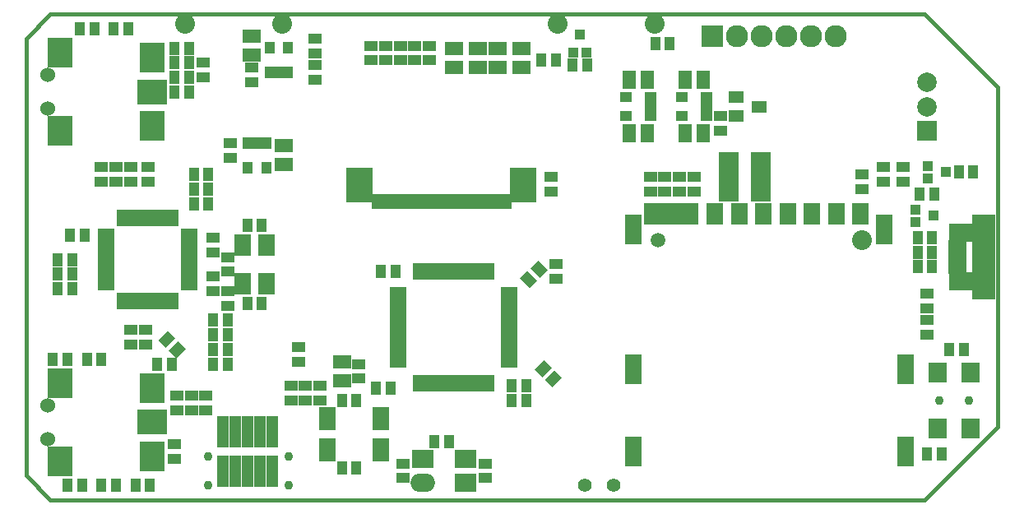
<source format=gts>
G04 (created by PCBNEW (2013-07-05 BZR 4237)-testing) date Sat 03 Aug 2013 11:53:29 BST*
%MOIN*%
G04 Gerber Fmt 3.4, Leading zero omitted, Abs format*
%FSLAX34Y34*%
G01*
G70*
G90*
G04 APERTURE LIST*
%ADD10C,0.005906*%
%ADD11C,0.015000*%
%ADD12C,0.080000*%
%ADD13R,0.065000X0.090000*%
%ADD14R,0.060000X0.090000*%
%ADD15R,0.055000X0.090000*%
%ADD16C,0.059400*%
%ADD17R,0.070000X0.120000*%
%ADD18R,0.040000X0.050000*%
%ADD19R,0.050000X0.040000*%
%ADD20R,0.080000X0.100000*%
%ADD21R,0.055000X0.075000*%
%ADD22R,0.075000X0.055000*%
%ADD23R,0.074300X0.037700*%
%ADD24R,0.094800X0.066300*%
%ADD25R,0.094800X0.113500*%
%ADD26R,0.102700X0.078100*%
%ADD27R,0.031800X0.067000*%
%ADD28R,0.067000X0.031800*%
%ADD29R,0.090000X0.090000*%
%ADD30C,0.090000*%
%ADD31R,0.031800X0.063300*%
%ADD32R,0.110600X0.142000*%
%ADD33R,0.059000X0.048000*%
%ADD34R,0.098700X0.120400*%
%ADD35R,0.120400X0.098700*%
%ADD36C,0.060000*%
%ADD37C,0.055400*%
%ADD38R,0.071200X0.094800*%
%ADD39R,0.075100X0.079100*%
%ADD40C,0.036200*%
%ADD41R,0.043600X0.055400*%
%ADD42R,0.055400X0.043600*%
%ADD43R,0.079100X0.079100*%
%ADD44C,0.079100*%
%ADD45R,0.041654X0.043622*%
%ADD46R,0.043622X0.041654*%
%ADD47R,0.067244X0.090866*%
%ADD48R,0.049134X0.130039*%
%ADD49O,0.098700X0.075100*%
%ADD50R,0.090900X0.075100*%
G04 APERTURE END LIST*
G54D10*
G54D11*
X39369Y16733D02*
X39370Y16733D01*
X36417Y19685D02*
X39369Y16733D01*
X984Y19685D02*
X0Y18701D01*
X36417Y19685D02*
X984Y19685D01*
X36417Y0D02*
X39370Y2953D01*
X0Y984D02*
X0Y985D01*
X984Y0D02*
X0Y984D01*
X36417Y0D02*
X984Y0D01*
X0Y18701D02*
X0Y985D01*
X39370Y16733D02*
X39370Y2953D01*
G54D12*
X21524Y19292D03*
X25461Y19292D03*
X10366Y19292D03*
X6429Y19292D03*
G54D13*
X33809Y11595D03*
X32825Y11595D03*
X31840Y11595D03*
X30856Y11595D03*
X29872Y11595D03*
X28888Y11595D03*
X27903Y11595D03*
X26919Y11595D03*
G54D14*
X26279Y11595D03*
G54D15*
X25768Y11595D03*
X25295Y11595D03*
G54D16*
X25589Y10532D03*
G54D12*
X33858Y10532D03*
G54D17*
X24606Y1977D03*
X24606Y10977D03*
X35630Y1977D03*
X34764Y10977D03*
X24606Y5284D03*
X35630Y5284D03*
G54D18*
X9725Y14476D03*
X8975Y14476D03*
X9725Y13476D03*
X9350Y14476D03*
X8975Y13476D03*
X9861Y17315D03*
X10611Y17315D03*
X9861Y18315D03*
X10236Y17315D03*
X10611Y18315D03*
G54D19*
X25303Y15570D03*
X25303Y16320D03*
X24303Y15570D03*
X25303Y15945D03*
X24303Y16320D03*
G54D20*
X28484Y13583D03*
X29784Y13583D03*
X29784Y12599D03*
X28484Y12599D03*
G54D21*
X24428Y17027D03*
X25178Y17027D03*
X25178Y14862D03*
X24428Y14862D03*
G54D22*
X17323Y18289D03*
X17323Y17539D03*
X9153Y18780D03*
X9153Y18030D03*
X10433Y13601D03*
X10433Y14351D03*
X20079Y17539D03*
X20079Y18289D03*
X19095Y18289D03*
X19095Y17539D03*
X18307Y18289D03*
X18307Y17539D03*
G54D23*
X37752Y10355D03*
X37752Y9587D03*
X37752Y10099D03*
X37752Y9843D03*
G54D24*
X38799Y9513D03*
G54D25*
X38799Y10990D03*
X38799Y8696D03*
G54D24*
X38799Y10173D03*
G54D23*
X37752Y9331D03*
G54D26*
X37894Y8873D03*
X37894Y10813D03*
G54D27*
X15846Y4725D03*
X16042Y4725D03*
X16239Y4725D03*
X16436Y4725D03*
X16633Y4725D03*
X16830Y4725D03*
X17027Y4725D03*
X17224Y4725D03*
X17420Y4725D03*
X17617Y4725D03*
X17814Y4725D03*
X18011Y4725D03*
X18208Y4725D03*
X18405Y4725D03*
X18602Y4725D03*
X18798Y4725D03*
X18798Y9253D03*
X18602Y9253D03*
X18405Y9253D03*
X18208Y9253D03*
X18011Y9253D03*
X17814Y9253D03*
X17617Y9253D03*
X17420Y9253D03*
X17224Y9253D03*
X17027Y9253D03*
X16830Y9253D03*
X16633Y9253D03*
X16436Y9253D03*
X16239Y9253D03*
X16042Y9253D03*
X15846Y9253D03*
G54D28*
X19586Y5513D03*
X19586Y5709D03*
X19586Y5906D03*
X19586Y6103D03*
X19586Y6300D03*
X19586Y6497D03*
X19586Y6694D03*
X19586Y6891D03*
X19586Y7087D03*
X19586Y7284D03*
X19586Y7481D03*
X19586Y7678D03*
X19586Y7875D03*
X19586Y8072D03*
X19586Y8269D03*
X19586Y8465D03*
X15058Y8465D03*
X15058Y8269D03*
X15058Y8072D03*
X15058Y7875D03*
X15058Y7678D03*
X15058Y7481D03*
X15058Y7284D03*
X15058Y7087D03*
X15058Y6891D03*
X15058Y6694D03*
X15058Y6497D03*
X15058Y6300D03*
X15058Y6103D03*
X15058Y5906D03*
X15058Y5709D03*
X15058Y5513D03*
G54D27*
X3838Y8072D03*
X4035Y8072D03*
X4232Y8072D03*
X4429Y8072D03*
X4626Y8072D03*
X4823Y8072D03*
X5019Y8072D03*
X5216Y8072D03*
X5413Y8072D03*
X5610Y8072D03*
X5807Y8072D03*
X6004Y8072D03*
X6004Y11418D03*
X5807Y11418D03*
X5610Y11418D03*
X5413Y11418D03*
X5216Y11418D03*
X5019Y11418D03*
X4823Y11418D03*
X4626Y11418D03*
X4429Y11418D03*
X4232Y11418D03*
X4035Y11418D03*
X3838Y11418D03*
G54D28*
X6594Y8662D03*
X6594Y8859D03*
X6594Y9056D03*
X6594Y9253D03*
X6594Y9450D03*
X6594Y9647D03*
X6594Y9843D03*
X6594Y10040D03*
X6594Y10237D03*
X6594Y10434D03*
X6594Y10631D03*
X6594Y10828D03*
X3248Y10828D03*
X3248Y10631D03*
X3248Y10434D03*
X3248Y10237D03*
X3248Y10040D03*
X3248Y9843D03*
X3248Y9647D03*
X3248Y9450D03*
X3248Y9253D03*
X3248Y9056D03*
X3248Y8859D03*
X3248Y8662D03*
G54D29*
X27815Y18800D03*
G54D30*
X28815Y18800D03*
X29815Y18800D03*
X30815Y18800D03*
X31815Y18800D03*
X32815Y18800D03*
G54D31*
X16734Y12107D03*
X16930Y12107D03*
X17324Y12107D03*
X17521Y12107D03*
X17718Y12107D03*
X17915Y12107D03*
X18112Y12107D03*
X18309Y12107D03*
X18505Y12107D03*
X18702Y12107D03*
X18899Y12107D03*
X19096Y12107D03*
X19293Y12107D03*
X19490Y12107D03*
X16537Y12107D03*
X14174Y12107D03*
X14371Y12107D03*
X14568Y12107D03*
X14765Y12107D03*
X14962Y12107D03*
X15159Y12107D03*
X15355Y12107D03*
X15552Y12107D03*
X15749Y12107D03*
X15946Y12107D03*
X16143Y12107D03*
X17127Y12107D03*
X16340Y12107D03*
G54D32*
X20147Y12776D03*
X13517Y12776D03*
G54D33*
X29704Y15945D03*
X28760Y16319D03*
X28760Y15571D03*
G54D34*
X1358Y1565D03*
X1358Y4735D03*
G54D35*
X5098Y3150D03*
G54D34*
X5098Y4538D03*
X5098Y1762D03*
G54D36*
X886Y3839D03*
X886Y2461D03*
G54D34*
X1358Y14951D03*
X1358Y18121D03*
G54D35*
X5098Y16536D03*
G54D34*
X5098Y17924D03*
X5098Y15148D03*
G54D36*
X886Y17225D03*
X886Y15847D03*
G54D37*
X22637Y591D03*
X23819Y591D03*
G54D38*
X14370Y3287D03*
X14370Y2027D03*
X12204Y2027D03*
X12204Y3287D03*
G54D22*
X12795Y5591D03*
X12795Y4841D03*
G54D39*
X36930Y5178D03*
X38268Y5178D03*
X36930Y2894D03*
X38268Y2894D03*
G54D40*
X37008Y4036D03*
X38190Y4036D03*
X10630Y1773D03*
X10630Y591D03*
X7382Y1773D03*
X7382Y591D03*
G54D41*
X9547Y7972D03*
X8957Y7972D03*
X8957Y11122D03*
X9547Y11122D03*
X2264Y591D03*
X1674Y591D03*
G54D42*
X6004Y2263D03*
X6004Y1673D03*
G54D41*
X5019Y591D03*
X4429Y591D03*
X1083Y5709D03*
X1673Y5709D03*
X1869Y9153D03*
X1279Y9153D03*
X1772Y10728D03*
X2362Y10728D03*
X1280Y9744D03*
X1870Y9744D03*
X1279Y8563D03*
X1869Y8563D03*
G54D42*
X4822Y6299D03*
X4822Y6889D03*
X7579Y9055D03*
X7579Y8465D03*
X7579Y10630D03*
X7579Y10040D03*
X4232Y6299D03*
X4232Y6889D03*
G54D10*
G36*
X6464Y6132D02*
X6072Y5741D01*
X5764Y6049D01*
X6155Y6441D01*
X6464Y6132D01*
X6464Y6132D01*
G37*
G36*
X6047Y6549D02*
X5655Y6158D01*
X5346Y6466D01*
X5738Y6858D01*
X6047Y6549D01*
X6047Y6549D01*
G37*
G54D41*
X7382Y12008D03*
X6792Y12008D03*
G54D42*
X4921Y13484D03*
X4921Y12894D03*
G54D41*
X6594Y17716D03*
X6004Y17716D03*
X6594Y18307D03*
X6004Y18307D03*
X3544Y19095D03*
X4134Y19095D03*
X12795Y1279D03*
X13385Y1279D03*
X12795Y4035D03*
X13385Y4035D03*
X37991Y6102D03*
X37401Y6102D03*
G54D42*
X18602Y886D03*
X18602Y1476D03*
X15255Y1476D03*
X15255Y886D03*
G54D41*
X20275Y4626D03*
X19685Y4626D03*
G54D42*
X13976Y17815D03*
X13976Y18405D03*
X14567Y17815D03*
X14567Y18405D03*
X15157Y17815D03*
X15157Y18405D03*
X15748Y17815D03*
X15748Y18405D03*
X16338Y17815D03*
X16338Y18405D03*
G54D41*
X21456Y17815D03*
X20866Y17815D03*
G54D42*
X8267Y14468D03*
X8267Y13878D03*
X9153Y16929D03*
X9153Y17519D03*
G54D41*
X20275Y4035D03*
X19685Y4035D03*
G54D10*
G36*
X20737Y9712D02*
X21129Y9320D01*
X20821Y9012D01*
X20429Y9404D01*
X20737Y9712D01*
X20737Y9712D01*
G37*
G36*
X20320Y9295D02*
X20712Y8903D01*
X20404Y8595D01*
X20012Y8987D01*
X20320Y9295D01*
X20320Y9295D01*
G37*
G54D41*
X14370Y9252D03*
X14960Y9252D03*
G54D42*
X13484Y5511D03*
X13484Y4921D03*
G54D10*
G36*
X21720Y4951D02*
X21328Y4559D01*
X21020Y4868D01*
X21411Y5259D01*
X21720Y4951D01*
X21720Y4951D01*
G37*
G36*
X21302Y5368D02*
X20911Y4977D01*
X20602Y5285D01*
X20994Y5677D01*
X21302Y5368D01*
X21302Y5368D01*
G37*
G54D41*
X14174Y4528D03*
X14764Y4528D03*
G54D42*
X28149Y15551D03*
X28149Y14961D03*
X6102Y4232D03*
X6102Y3642D03*
X10728Y4626D03*
X10728Y4036D03*
G54D21*
X27442Y14862D03*
X26692Y14862D03*
X26692Y17027D03*
X27442Y17027D03*
G54D19*
X27567Y15570D03*
X27567Y16320D03*
X26567Y15570D03*
X27567Y15945D03*
X26567Y16320D03*
G54D43*
X36515Y14961D03*
G54D44*
X36515Y15945D03*
X36515Y16929D03*
G54D45*
X37273Y13287D03*
X36545Y13031D03*
X36545Y13543D03*
X36781Y11516D03*
X36053Y11260D03*
X36053Y11772D03*
G54D46*
X22441Y18868D03*
X22696Y18140D03*
X22185Y18140D03*
G54D41*
X5315Y5512D03*
X5905Y5512D03*
G54D42*
X35531Y13484D03*
X35531Y12894D03*
X4232Y12894D03*
X4232Y13484D03*
X3641Y12894D03*
X3641Y13484D03*
G54D41*
X7579Y5512D03*
X8169Y5512D03*
X7579Y6102D03*
X8169Y6102D03*
G54D42*
X3051Y12894D03*
X3051Y13484D03*
G54D41*
X6791Y12598D03*
X7381Y12598D03*
G54D42*
X8169Y8464D03*
X8169Y7874D03*
X8169Y9252D03*
X8169Y9842D03*
X34744Y13484D03*
X34744Y12894D03*
G54D41*
X38385Y13287D03*
X37795Y13287D03*
X36220Y12401D03*
X36810Y12401D03*
X36712Y10630D03*
X36122Y10630D03*
X3642Y591D03*
X3052Y591D03*
X2461Y5709D03*
X3051Y5709D03*
G54D42*
X36516Y7776D03*
X36516Y8366D03*
G54D41*
X36712Y9449D03*
X36122Y9449D03*
X36712Y10039D03*
X36122Y10039D03*
G54D42*
X36515Y6693D03*
X36515Y7283D03*
X26476Y12500D03*
X26476Y13090D03*
X27067Y12500D03*
X27067Y13090D03*
X33858Y12599D03*
X33858Y13189D03*
G54D41*
X7381Y13189D03*
X6791Y13189D03*
X6004Y17126D03*
X6594Y17126D03*
G54D42*
X7185Y17126D03*
X7185Y17716D03*
G54D41*
X2166Y19095D03*
X2756Y19095D03*
G54D42*
X25885Y13090D03*
X25885Y12500D03*
X25295Y13090D03*
X25295Y12500D03*
G54D41*
X7579Y6693D03*
X8169Y6693D03*
X36516Y1870D03*
X37106Y1870D03*
X16536Y2363D03*
X17126Y2363D03*
X7579Y7283D03*
X8169Y7283D03*
X6004Y16535D03*
X6594Y16535D03*
G54D42*
X21456Y9547D03*
X21456Y8957D03*
G54D41*
X22146Y17618D03*
X22736Y17618D03*
X25492Y18504D03*
X26082Y18504D03*
G54D42*
X11713Y18701D03*
X11713Y18111D03*
X21260Y12501D03*
X21260Y13091D03*
X7283Y4232D03*
X7283Y3642D03*
X11318Y4036D03*
X11318Y4626D03*
X6692Y4232D03*
X6692Y3642D03*
X11909Y4036D03*
X11909Y4626D03*
X11712Y17028D03*
X11712Y17618D03*
G54D47*
X9724Y8760D03*
X9724Y10335D03*
X8779Y10335D03*
X8779Y8760D03*
G54D48*
X7956Y1168D03*
X7956Y2768D03*
X8456Y1168D03*
X8456Y2768D03*
X8956Y1168D03*
X8956Y2768D03*
X9456Y1168D03*
X9456Y2768D03*
X9956Y1168D03*
X9956Y2768D03*
G54D42*
X11023Y5610D03*
X11023Y6200D03*
G54D49*
X16063Y709D03*
G54D50*
X17795Y709D03*
X17795Y1653D03*
X16063Y1653D03*
M02*

</source>
